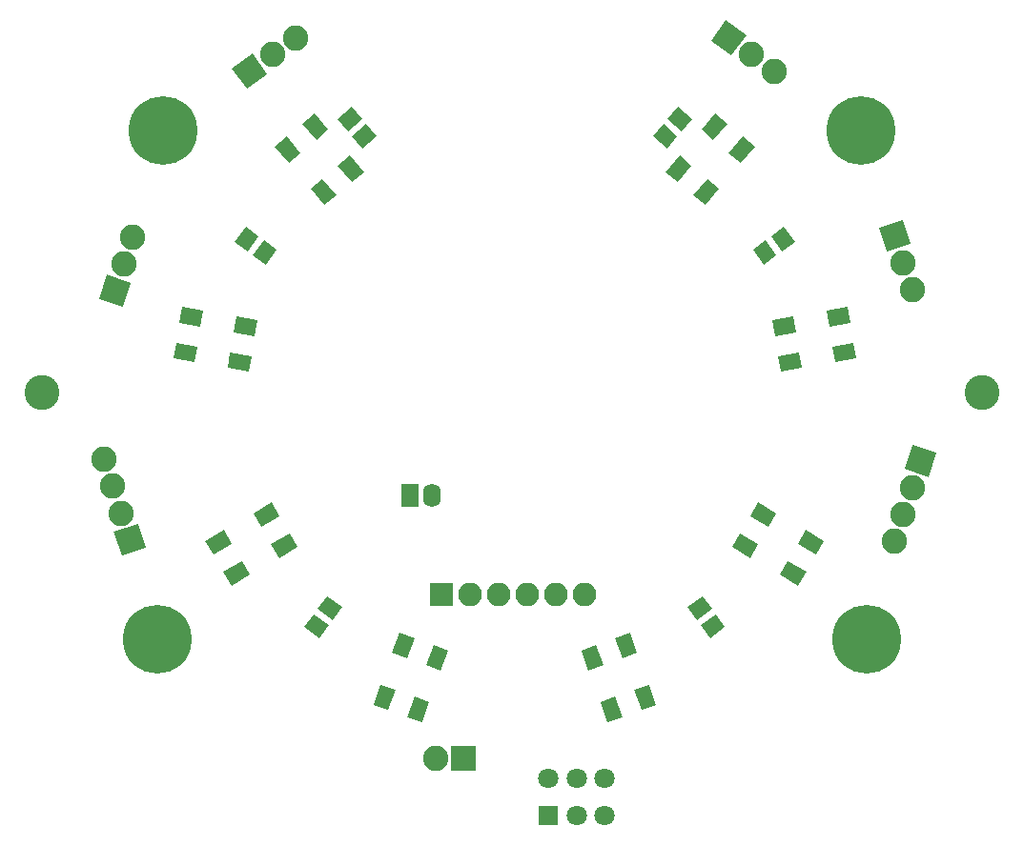
<source format=gbs>
G04 #@! TF.FileFunction,Soldermask,Bot*
%FSLAX46Y46*%
G04 Gerber Fmt 4.6, Leading zero omitted, Abs format (unit mm)*
G04 Created by KiCad (PCBNEW 4.0.6) date Saturday, June 09, 2018 'PMt' 06:08:09 PM*
%MOMM*%
%LPD*%
G01*
G04 APERTURE LIST*
%ADD10C,0.100000*%
%ADD11C,3.100000*%
%ADD12C,6.100000*%
%ADD13C,2.250000*%
%ADD14R,1.600000X2.100000*%
%ADD15O,1.600000X2.100000*%
%ADD16R,1.797000X1.797000*%
%ADD17C,1.797000*%
%ADD18R,2.100000X2.100000*%
%ADD19O,2.100000X2.100000*%
%ADD20R,2.250000X2.250000*%
G04 APERTURE END LIST*
D10*
D11*
X58000000Y-100000000D03*
D12*
X68250000Y-122000000D03*
X131250000Y-122000000D03*
X68750000Y-76750000D03*
D10*
G36*
X67235210Y-113855218D02*
X65095333Y-114550507D01*
X64400044Y-112410630D01*
X66539921Y-111715341D01*
X67235210Y-113855218D01*
X67235210Y-113855218D01*
G37*
D13*
X65045085Y-110755283D03*
X64272542Y-108377641D03*
X63500000Y-106000000D03*
D10*
G36*
X113539247Y-78332575D02*
X112275274Y-77271975D01*
X113175177Y-76199513D01*
X114439150Y-77260113D01*
X113539247Y-78332575D01*
X113539247Y-78332575D01*
G37*
G36*
X114824823Y-76800487D02*
X113560850Y-75739887D01*
X114460753Y-74667425D01*
X115724726Y-75728025D01*
X114824823Y-76800487D01*
X114824823Y-76800487D01*
G37*
G36*
X65222294Y-92417583D02*
X63082417Y-91722294D01*
X63777706Y-89582417D01*
X65917583Y-90277706D01*
X65222294Y-92417583D01*
X65222294Y-92417583D01*
G37*
D13*
X65272542Y-88622359D03*
X66045085Y-86244717D03*
D10*
G36*
X78860252Y-87331796D02*
X77890406Y-88666674D01*
X76757782Y-87843774D01*
X77727628Y-86508896D01*
X78860252Y-87331796D01*
X78860252Y-87331796D01*
G37*
G36*
X77242218Y-86156226D02*
X76272372Y-87491104D01*
X75139748Y-86668204D01*
X76109594Y-85333326D01*
X77242218Y-86156226D01*
X77242218Y-86156226D01*
G37*
G36*
X83331796Y-118139748D02*
X84666674Y-119109594D01*
X83843774Y-120242218D01*
X82508896Y-119272372D01*
X83331796Y-118139748D01*
X83331796Y-118139748D01*
G37*
G36*
X82156226Y-119757782D02*
X83491104Y-120727628D01*
X82668204Y-121860252D01*
X81333326Y-120890406D01*
X82156226Y-119757782D01*
X82156226Y-119757782D01*
G37*
G36*
X115333326Y-119109594D02*
X116668204Y-118139748D01*
X117491104Y-119272372D01*
X116156226Y-120242218D01*
X115333326Y-119109594D01*
X115333326Y-119109594D01*
G37*
G36*
X116508896Y-120727628D02*
X117843774Y-119757782D01*
X118666674Y-120890406D01*
X117331796Y-121860252D01*
X116508896Y-120727628D01*
X116508896Y-120727628D01*
G37*
G36*
X122109594Y-88666674D02*
X121139748Y-87331796D01*
X122272372Y-86508896D01*
X123242218Y-87843774D01*
X122109594Y-88666674D01*
X122109594Y-88666674D01*
G37*
G36*
X123727628Y-87491104D02*
X122757782Y-86156226D01*
X123890406Y-85333326D01*
X124860252Y-86668204D01*
X123727628Y-87491104D01*
X123727628Y-87491104D01*
G37*
G36*
X117630007Y-77589225D02*
X116557545Y-76689322D01*
X117778841Y-75233837D01*
X118851303Y-76133740D01*
X117630007Y-77589225D01*
X117630007Y-77589225D01*
G37*
G36*
X120081349Y-79646145D02*
X119008887Y-78746242D01*
X120230183Y-77290757D01*
X121302645Y-78190660D01*
X120081349Y-79646145D01*
X120081349Y-79646145D01*
G37*
G36*
X114480347Y-81342843D02*
X113407885Y-80442940D01*
X114629181Y-78987455D01*
X115701643Y-79887358D01*
X114480347Y-81342843D01*
X114480347Y-81342843D01*
G37*
G36*
X116931689Y-83399763D02*
X115859227Y-82499860D01*
X117080523Y-81044375D01*
X118152985Y-81944278D01*
X116931689Y-83399763D01*
X116931689Y-83399763D01*
G37*
G36*
X127910737Y-94164700D02*
X127667630Y-92785969D01*
X129538765Y-92456038D01*
X129781872Y-93834769D01*
X127910737Y-94164700D01*
X127910737Y-94164700D01*
G37*
G36*
X128466411Y-97316084D02*
X128223304Y-95937353D01*
X130094439Y-95607422D01*
X130337546Y-96986153D01*
X128466411Y-97316084D01*
X128466411Y-97316084D01*
G37*
G36*
X123085179Y-95015576D02*
X122842072Y-93636845D01*
X124713207Y-93306914D01*
X124956314Y-94685645D01*
X123085179Y-95015576D01*
X123085179Y-95015576D01*
G37*
G36*
X123640853Y-98166960D02*
X123397746Y-96788229D01*
X125268881Y-96458298D01*
X125511988Y-97837029D01*
X123640853Y-98166960D01*
X123640853Y-98166960D01*
G37*
G36*
X125131724Y-113470577D02*
X125831724Y-112258141D01*
X127477172Y-113208141D01*
X126777172Y-114420577D01*
X125131724Y-113470577D01*
X125131724Y-113470577D01*
G37*
G36*
X123531724Y-116241859D02*
X124231724Y-115029423D01*
X125877172Y-115979423D01*
X125177172Y-117191859D01*
X123531724Y-116241859D01*
X123531724Y-116241859D01*
G37*
G36*
X120888200Y-111020577D02*
X121588200Y-109808141D01*
X123233648Y-110758141D01*
X122533648Y-111970577D01*
X120888200Y-111020577D01*
X120888200Y-111020577D01*
G37*
G36*
X119288200Y-113791859D02*
X119988200Y-112579423D01*
X121633648Y-113529423D01*
X120933648Y-114741859D01*
X119288200Y-113791859D01*
X119288200Y-113791859D01*
G37*
G36*
X110593298Y-126473422D02*
X111908868Y-125994594D01*
X112558706Y-127780010D01*
X111243136Y-128258838D01*
X110593298Y-126473422D01*
X110593298Y-126473422D01*
G37*
G36*
X107586281Y-127567886D02*
X108901851Y-127089058D01*
X109551689Y-128874474D01*
X108236119Y-129353302D01*
X107586281Y-127567886D01*
X107586281Y-127567886D01*
G37*
G36*
X108917399Y-121868928D02*
X110232969Y-121390100D01*
X110882807Y-123175516D01*
X109567237Y-123654344D01*
X108917399Y-121868928D01*
X108917399Y-121868928D01*
G37*
G36*
X105910382Y-122963392D02*
X107225952Y-122484564D01*
X107875790Y-124269980D01*
X106560220Y-124748808D01*
X105910382Y-122963392D01*
X105910382Y-122963392D01*
G37*
G36*
X91098149Y-127089058D02*
X92413719Y-127567886D01*
X91763881Y-129353302D01*
X90448311Y-128874474D01*
X91098149Y-127089058D01*
X91098149Y-127089058D01*
G37*
G36*
X88091132Y-125994594D02*
X89406702Y-126473422D01*
X88756864Y-128258838D01*
X87441294Y-127780010D01*
X88091132Y-125994594D01*
X88091132Y-125994594D01*
G37*
G36*
X92774048Y-122484564D02*
X94089618Y-122963392D01*
X93439780Y-124748808D01*
X92124210Y-124269980D01*
X92774048Y-122484564D01*
X92774048Y-122484564D01*
G37*
G36*
X89767031Y-121390100D02*
X91082601Y-121868928D01*
X90432763Y-123654344D01*
X89117193Y-123175516D01*
X89767031Y-121390100D01*
X89767031Y-121390100D01*
G37*
G36*
X75768276Y-115029423D02*
X76468276Y-116241859D01*
X74822828Y-117191859D01*
X74122828Y-115979423D01*
X75768276Y-115029423D01*
X75768276Y-115029423D01*
G37*
G36*
X74168276Y-112258141D02*
X74868276Y-113470577D01*
X73222828Y-114420577D01*
X72522828Y-113208141D01*
X74168276Y-112258141D01*
X74168276Y-112258141D01*
G37*
G36*
X80011800Y-112579423D02*
X80711800Y-113791859D01*
X79066352Y-114741859D01*
X78366352Y-113529423D01*
X80011800Y-112579423D01*
X80011800Y-112579423D01*
G37*
G36*
X78411800Y-109808141D02*
X79111800Y-111020577D01*
X77466352Y-111970577D01*
X76766352Y-110758141D01*
X78411800Y-109808141D01*
X78411800Y-109808141D01*
G37*
G36*
X71776696Y-95937353D02*
X71533589Y-97316084D01*
X69662454Y-96986153D01*
X69905561Y-95607422D01*
X71776696Y-95937353D01*
X71776696Y-95937353D01*
G37*
G36*
X72332370Y-92785969D02*
X72089263Y-94164700D01*
X70218128Y-93834769D01*
X70461235Y-92456038D01*
X72332370Y-92785969D01*
X72332370Y-92785969D01*
G37*
G36*
X76602254Y-96788229D02*
X76359147Y-98166960D01*
X74488012Y-97837029D01*
X74731119Y-96458298D01*
X76602254Y-96788229D01*
X76602254Y-96788229D01*
G37*
G36*
X77157928Y-93636845D02*
X76914821Y-95015576D01*
X75043686Y-94685645D01*
X75286793Y-93306914D01*
X77157928Y-93636845D01*
X77157928Y-93636845D01*
G37*
G36*
X80991113Y-78746242D02*
X79918651Y-79646145D01*
X78697355Y-78190660D01*
X79769817Y-77290757D01*
X80991113Y-78746242D01*
X80991113Y-78746242D01*
G37*
G36*
X83442455Y-76689322D02*
X82369993Y-77589225D01*
X81148697Y-76133740D01*
X82221159Y-75233837D01*
X83442455Y-76689322D01*
X83442455Y-76689322D01*
G37*
G36*
X84140773Y-82499860D02*
X83068311Y-83399763D01*
X81847015Y-81944278D01*
X82919477Y-81044375D01*
X84140773Y-82499860D01*
X84140773Y-82499860D01*
G37*
G36*
X86592115Y-80442940D02*
X85519653Y-81342843D01*
X84298357Y-79887358D01*
X85370819Y-78987455D01*
X86592115Y-80442940D01*
X86592115Y-80442940D01*
G37*
G36*
X87724726Y-77271975D02*
X86460753Y-78332575D01*
X85560850Y-77260113D01*
X86824823Y-76199513D01*
X87724726Y-77271975D01*
X87724726Y-77271975D01*
G37*
G36*
X86439150Y-75739887D02*
X85175177Y-76800487D01*
X84275274Y-75728025D01*
X85539247Y-74667425D01*
X86439150Y-75739887D01*
X86439150Y-75739887D01*
G37*
D14*
X90678000Y-109220000D03*
D15*
X92678000Y-109220000D03*
D10*
G36*
X117406055Y-68779423D02*
X118728572Y-66959134D01*
X120548861Y-68281651D01*
X119226344Y-70101940D01*
X117406055Y-68779423D01*
X117406055Y-68779423D01*
G37*
D13*
X121000000Y-70000000D03*
X123022543Y-71469463D03*
D10*
G36*
X76206029Y-73040866D02*
X74883512Y-71220577D01*
X76703801Y-69898060D01*
X78026318Y-71718349D01*
X76206029Y-73040866D01*
X76206029Y-73040866D01*
G37*
D13*
X78477457Y-70000000D03*
X80500000Y-68530537D03*
D10*
G36*
X132309874Y-85400065D02*
X134449751Y-84704776D01*
X135145040Y-86844653D01*
X133005163Y-87539942D01*
X132309874Y-85400065D01*
X132309874Y-85400065D01*
G37*
D13*
X134499999Y-88500000D03*
X135272542Y-90877642D03*
D10*
G36*
X135322791Y-104704776D02*
X137462668Y-105400065D01*
X136767379Y-107539942D01*
X134627502Y-106844653D01*
X135322791Y-104704776D01*
X135322791Y-104704776D01*
G37*
D13*
X135272543Y-108500000D03*
X134500000Y-110877642D03*
X133727458Y-113255283D03*
D16*
X103000000Y-137650000D03*
D17*
X105500000Y-137650000D03*
X108000000Y-137650000D03*
X108000000Y-134350000D03*
X105500000Y-134350000D03*
X103000000Y-134350000D03*
D18*
X93500000Y-118000000D03*
D19*
X96040000Y-118000000D03*
X98580000Y-118000000D03*
X101120000Y-118000000D03*
X103660000Y-118000000D03*
X106200000Y-118000000D03*
D20*
X95464000Y-132588000D03*
D13*
X92964000Y-132588000D03*
D12*
X130750000Y-76750000D03*
D11*
X141500000Y-100000000D03*
M02*

</source>
